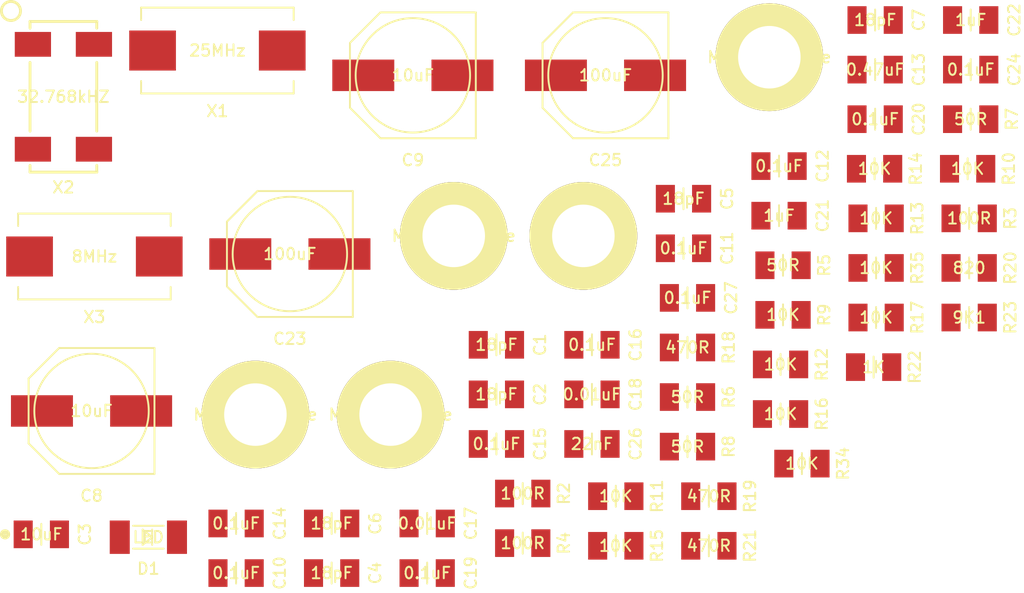
<source format=kicad_pcb>
(kicad_pcb (version 4) (host pcbnew "(2014-09-04 BZR 5113)-product")

  (general
    (links 67)
    (no_connects 67)
    (area 0 0 0 0)
    (thickness 1.6)
    (drawings 0)
    (tracks 0)
    (zones 0)
    (modules 60)
    (nets 44)
  )

  (page A4)
  (layers
    (0 F.Cu signal)
    (31 B.Cu signal)
    (32 B.Adhes user)
    (33 F.Adhes user)
    (34 B.Paste user)
    (35 F.Paste user)
    (36 B.SilkS user)
    (37 F.SilkS user)
    (38 B.Mask user)
    (39 F.Mask user)
    (40 Dwgs.User user)
    (41 Cmts.User user)
    (42 Eco1.User user)
    (43 Eco2.User user)
    (44 Edge.Cuts user)
    (45 Margin user)
    (46 B.CrtYd user)
    (47 F.CrtYd user)
    (48 B.Fab user)
    (49 F.Fab user)
  )

  (setup
    (last_trace_width 0.254)
    (trace_clearance 0.254)
    (zone_clearance 0.508)
    (zone_45_only no)
    (trace_min 0.254)
    (segment_width 0.2)
    (edge_width 0.1)
    (via_size 0.889)
    (via_drill 0.635)
    (via_min_size 0.889)
    (via_min_drill 0.508)
    (uvia_size 0.508)
    (uvia_drill 0.127)
    (uvias_allowed no)
    (uvia_min_size 0.508)
    (uvia_min_drill 0.127)
    (pcb_text_width 0.3)
    (pcb_text_size 1.5 1.5)
    (mod_edge_width 0.15)
    (mod_text_size 1 1)
    (mod_text_width 0.15)
    (pad_size 1.5 1.5)
    (pad_drill 0.6)
    (pad_to_mask_clearance 0)
    (aux_axis_origin 0 0)
    (visible_elements FFFFFF7F)
    (pcbplotparams
      (layerselection 0x00030_80000001)
      (usegerberextensions false)
      (excludeedgelayer true)
      (linewidth 0.100000)
      (plotframeref false)
      (viasonmask false)
      (mode 1)
      (useauxorigin false)
      (hpglpennumber 1)
      (hpglpenspeed 20)
      (hpglpendiameter 15)
      (hpglpenoverlay 2)
      (psnegative false)
      (psa4output false)
      (plotreference true)
      (plotvalue true)
      (plotinvisibletext false)
      (padsonsilk false)
      (subtractmaskfromsilk false)
      (outputformat 1)
      (mirror false)
      (drillshape 1)
      (scaleselection 1)
      (outputdirectory ""))
  )

  (net 0 "")
  (net 1 "Net-(C1-Pad1)")
  (net 2 GNDPWR)
  (net 3 "Net-(C2-Pad1)")
  (net 4 "Net-(C3-Pad1)")
  (net 5 "Net-(C4-Pad1)")
  (net 6 "Net-(C5-Pad1)")
  (net 7 "Net-(C6-Pad1)")
  (net 8 "Net-(C7-Pad1)")
  (net 9 +5V)
  (net 10 +3.3V)
  (net 11 "Net-(C10-Pad1)")
  (net 12 "Net-(C11-Pad1)")
  (net 13 /ENCODERA)
  (net 14 /ENCODERB)
  (net 15 /VREF)
  (net 16 /VSENSE)
  (net 17 "Net-(C26-Pad1)")
  (net 18 "Net-(C26-Pad2)")
  (net 19 "Net-(D1-Pad2)")
  (net 20 "Net-(P1-Pad8)")
  (net 21 "Net-(R3-Pad2)")
  (net 22 "Net-(P1-Pad10)")
  (net 23 "Net-(R4-Pad2)")
  (net 24 "Net-(P1-Pad2)")
  (net 25 "Net-(P1-Pad3)")
  (net 26 "Net-(P1-Pad4)")
  (net 27 "Net-(P1-Pad5)")
  (net 28 "Net-(P4-Pad1)")
  (net 29 "Net-(P4-Pad2)")
  (net 30 /ENCODERBUTTON)
  (net 31 /BUTTONA)
  (net 32 /BUTTONB)
  (net 33 /BUTTONC)
  (net 34 /BUTTOND)
  (net 35 "Net-(R18-Pad1)")
  (net 36 /FAN)
  (net 37 "Net-(R19-Pad1)")
  (net 38 "Net-(R19-Pad2)")
  (net 39 "Net-(R21-Pad1)")
  (net 40 /ISENSE)
  (net 41 "Net-(P9-Pad1)")
  (net 42 /TEMP1)
  (net 43 /TEMP2)

  (net_class Default "This is the default net class."
    (clearance 0.254)
    (trace_width 0.254)
    (via_dia 0.889)
    (via_drill 0.635)
    (uvia_dia 0.508)
    (uvia_drill 0.127)
    (add_net +3.3V)
    (add_net +5V)
    (add_net /BUTTONA)
    (add_net /BUTTONB)
    (add_net /BUTTONC)
    (add_net /BUTTOND)
    (add_net /ENCODERA)
    (add_net /ENCODERB)
    (add_net /ENCODERBUTTON)
    (add_net /FAN)
    (add_net /ISENSE)
    (add_net /TEMP1)
    (add_net /TEMP2)
    (add_net /VREF)
    (add_net /VSENSE)
    (add_net GNDPWR)
    (add_net "Net-(C1-Pad1)")
    (add_net "Net-(C10-Pad1)")
    (add_net "Net-(C11-Pad1)")
    (add_net "Net-(C2-Pad1)")
    (add_net "Net-(C26-Pad1)")
    (add_net "Net-(C26-Pad2)")
    (add_net "Net-(C3-Pad1)")
    (add_net "Net-(C4-Pad1)")
    (add_net "Net-(C5-Pad1)")
    (add_net "Net-(C6-Pad1)")
    (add_net "Net-(C7-Pad1)")
    (add_net "Net-(D1-Pad2)")
    (add_net "Net-(P1-Pad10)")
    (add_net "Net-(P1-Pad2)")
    (add_net "Net-(P1-Pad3)")
    (add_net "Net-(P1-Pad4)")
    (add_net "Net-(P1-Pad5)")
    (add_net "Net-(P1-Pad8)")
    (add_net "Net-(P4-Pad1)")
    (add_net "Net-(P4-Pad2)")
    (add_net "Net-(P9-Pad1)")
    (add_net "Net-(R18-Pad1)")
    (add_net "Net-(R19-Pad1)")
    (add_net "Net-(R19-Pad2)")
    (add_net "Net-(R21-Pad1)")
    (add_net "Net-(R3-Pad2)")
    (add_net "Net-(R4-Pad2)")
  )

  (module klib:MTGNP565H328Z565P (layer F.Cu) (tedit 524870AC) (tstamp 540F6BFD)
    (at 173.646856 82.724001)
    (path /5409E996)
    (fp_text reference M1 (at 0 3.683) (layer F.SilkS) hide
      (effects (font (size 0.6 0.6) (thickness 0.1)))
    )
    (fp_text value "Mounting Hole" (at 0 0) (layer F.SilkS)
      (effects (font (size 0.6 0.6) (thickness 0.1)))
    )
    (fp_circle (center 0 0) (end 2.95 0) (layer Cmts.User) (width 0.1))
    (pad "" thru_hole circle (at 0 0) (size 5.65 5.65) (drill 3.2766) (layers *.Cu *.Mask F.SilkS))
  )

  (module klib:MTGNP565H328Z565P (layer F.Cu) (tedit 524870AC) (tstamp 540F6C5F)
    (at 170.336856 92.094001)
    (path /5409EAAA)
    (fp_text reference M2 (at 0 3.683) (layer F.SilkS) hide
      (effects (font (size 0.6 0.6) (thickness 0.1)))
    )
    (fp_text value "Mounting Hole" (at 0 0) (layer F.SilkS)
      (effects (font (size 0.6 0.6) (thickness 0.1)))
    )
    (fp_circle (center 0 0) (end 2.95 0) (layer Cmts.User) (width 0.1))
    (pad "" thru_hole circle (at 0 0) (size 5.65 5.65) (drill 3.2766) (layers *.Cu *.Mask F.SilkS))
  )

  (module klib:MTGNP565H328Z565P (layer F.Cu) (tedit 524870AC) (tstamp 540F6C58)
    (at 163.246856 92.094001)
    (path /5409EAC0)
    (fp_text reference M3 (at 0 3.683) (layer F.SilkS) hide
      (effects (font (size 0.6 0.6) (thickness 0.1)))
    )
    (fp_text value "Mounting Hole" (at 0 0) (layer F.SilkS)
      (effects (font (size 0.6 0.6) (thickness 0.1)))
    )
    (fp_circle (center 0 0) (end 2.95 0) (layer Cmts.User) (width 0.1))
    (pad "" thru_hole circle (at 0 0) (size 5.65 5.65) (drill 3.2766) (layers *.Cu *.Mask F.SilkS))
  )

  (module klib:MTGNP565H328Z565P (layer F.Cu) (tedit 524870AC) (tstamp 540F6C51)
    (at 190.196856 73.354001)
    (path /5409EAD7)
    (fp_text reference M4 (at 0 3.683) (layer F.SilkS) hide
      (effects (font (size 0.6 0.6) (thickness 0.1)))
    )
    (fp_text value "Mounting Hole" (at 0 0) (layer F.SilkS)
      (effects (font (size 0.6 0.6) (thickness 0.1)))
    )
    (fp_circle (center 0 0) (end 2.95 0) (layer Cmts.User) (width 0.1))
    (pad "" thru_hole circle (at 0 0) (size 5.65 5.65) (drill 3.2766) (layers *.Cu *.Mask F.SilkS))
  )

  (module klib:CAPC2012X100N (layer F.Cu) (tedit 52486F7B) (tstamp 540F6C4A)
    (at 175.884001 88.434001)
    (path /540CDA20)
    (fp_text reference C1 (at 2.286 0 90) (layer F.SilkS)
      (effects (font (size 0.6 0.6) (thickness 0.1)))
    )
    (fp_text value 18pF (at 0 0) (layer F.SilkS)
      (effects (font (size 0.6 0.6) (thickness 0.1)))
    )
    (fp_line (start 0 -0.55) (end 0 0.55) (layer F.SilkS) (width 0.1))
    (fp_line (start -1.7 -1) (end 1.7 -1) (layer Cmts.User) (width 0.1))
    (fp_line (start 1.7 -1) (end 1.7 1) (layer Cmts.User) (width 0.1))
    (fp_line (start 1.7 1) (end -1.7 1) (layer Cmts.User) (width 0.1))
    (fp_line (start -1.7 1) (end -1.7 -1) (layer Cmts.User) (width 0.1))
    (pad 1 smd rect (at -0.95 0) (size 1 1.45) (layers F.Cu F.Paste F.Mask)
      (net 1 "Net-(C1-Pad1)"))
    (pad 2 smd rect (at 0.95 0) (size 1 1.45) (layers F.Cu F.Paste F.Mask)
      (net 2 GNDPWR))
  )

  (module klib:CAPC2012X100N (layer F.Cu) (tedit 52486F7B) (tstamp 540F6C43)
    (at 175.884001 91.034001)
    (path /540CDA89)
    (fp_text reference C2 (at 2.286 0 90) (layer F.SilkS)
      (effects (font (size 0.6 0.6) (thickness 0.1)))
    )
    (fp_text value 18pF (at 0 0) (layer F.SilkS)
      (effects (font (size 0.6 0.6) (thickness 0.1)))
    )
    (fp_line (start 0 -0.55) (end 0 0.55) (layer F.SilkS) (width 0.1))
    (fp_line (start -1.7 -1) (end 1.7 -1) (layer Cmts.User) (width 0.1))
    (fp_line (start 1.7 -1) (end 1.7 1) (layer Cmts.User) (width 0.1))
    (fp_line (start 1.7 1) (end -1.7 1) (layer Cmts.User) (width 0.1))
    (fp_line (start -1.7 1) (end -1.7 -1) (layer Cmts.User) (width 0.1))
    (pad 1 smd rect (at -0.95 0) (size 1 1.45) (layers F.Cu F.Paste F.Mask)
      (net 3 "Net-(C2-Pad1)"))
    (pad 2 smd rect (at 0.95 0) (size 1 1.45) (layers F.Cu F.Paste F.Mask)
      (net 2 GNDPWR))
  )

  (module klib:CAPCP2012X100N (layer F.Cu) (tedit 52486F89) (tstamp 540F6C3C)
    (at 152.020422 98.374001)
    (path /540CC011)
    (fp_text reference C3 (at 2.286 0 90) (layer F.SilkS)
      (effects (font (size 0.6 0.6) (thickness 0.1)))
    )
    (fp_text value 10uF (at 0 0) (layer F.SilkS)
      (effects (font (size 0.6 0.6) (thickness 0.1)))
    )
    (fp_circle (center -1.9 0) (end -1.8 0.1) (layer F.SilkS) (width 0.25))
    (fp_line (start 0 -0.55) (end 0 0.55) (layer F.SilkS) (width 0.1))
    (fp_line (start -1.7 -1) (end 1.7 -1) (layer Cmts.User) (width 0.1))
    (fp_line (start 1.7 -1) (end 1.7 1) (layer Cmts.User) (width 0.1))
    (fp_line (start 1.7 1) (end -1.7 1) (layer Cmts.User) (width 0.1))
    (fp_line (start -1.7 1) (end -1.7 -1) (layer Cmts.User) (width 0.1))
    (pad 1 smd rect (at -0.95 0) (size 1 1.45) (layers F.Cu F.Paste F.Mask)
      (net 4 "Net-(C3-Pad1)"))
    (pad 2 smd rect (at 0.95 0) (size 1 1.45) (layers F.Cu F.Paste F.Mask)
      (net 2 GNDPWR))
  )

  (module klib:CAPC2012X100N (layer F.Cu) (tedit 52486F7B) (tstamp 540F6C35)
    (at 167.244001 100.404001)
    (path /540A066D)
    (fp_text reference C4 (at 2.286 0 90) (layer F.SilkS)
      (effects (font (size 0.6 0.6) (thickness 0.1)))
    )
    (fp_text value 18pF (at 0 0) (layer F.SilkS)
      (effects (font (size 0.6 0.6) (thickness 0.1)))
    )
    (fp_line (start 0 -0.55) (end 0 0.55) (layer F.SilkS) (width 0.1))
    (fp_line (start -1.7 -1) (end 1.7 -1) (layer Cmts.User) (width 0.1))
    (fp_line (start 1.7 -1) (end 1.7 1) (layer Cmts.User) (width 0.1))
    (fp_line (start 1.7 1) (end -1.7 1) (layer Cmts.User) (width 0.1))
    (fp_line (start -1.7 1) (end -1.7 -1) (layer Cmts.User) (width 0.1))
    (pad 1 smd rect (at -0.95 0) (size 1 1.45) (layers F.Cu F.Paste F.Mask)
      (net 5 "Net-(C4-Pad1)"))
    (pad 2 smd rect (at 0.95 0) (size 1 1.45) (layers F.Cu F.Paste F.Mask)
      (net 2 GNDPWR))
  )

  (module klib:CAPC2012X100N (layer F.Cu) (tedit 52486F7B) (tstamp 540F6C2E)
    (at 185.694001 80.774001)
    (path /540A06DC)
    (fp_text reference C5 (at 2.286 0 90) (layer F.SilkS)
      (effects (font (size 0.6 0.6) (thickness 0.1)))
    )
    (fp_text value 18pF (at 0 0) (layer F.SilkS)
      (effects (font (size 0.6 0.6) (thickness 0.1)))
    )
    (fp_line (start 0 -0.55) (end 0 0.55) (layer F.SilkS) (width 0.1))
    (fp_line (start -1.7 -1) (end 1.7 -1) (layer Cmts.User) (width 0.1))
    (fp_line (start 1.7 -1) (end 1.7 1) (layer Cmts.User) (width 0.1))
    (fp_line (start 1.7 1) (end -1.7 1) (layer Cmts.User) (width 0.1))
    (fp_line (start -1.7 1) (end -1.7 -1) (layer Cmts.User) (width 0.1))
    (pad 1 smd rect (at -0.95 0) (size 1 1.45) (layers F.Cu F.Paste F.Mask)
      (net 6 "Net-(C5-Pad1)"))
    (pad 2 smd rect (at 0.95 0) (size 1 1.45) (layers F.Cu F.Paste F.Mask)
      (net 2 GNDPWR))
  )

  (module klib:CAPC2012X100N (layer F.Cu) (tedit 52486F7B) (tstamp 540F6C27)
    (at 167.244001 97.804001)
    (path /540A070D)
    (fp_text reference C6 (at 2.286 0 90) (layer F.SilkS)
      (effects (font (size 0.6 0.6) (thickness 0.1)))
    )
    (fp_text value 18pF (at 0 0) (layer F.SilkS)
      (effects (font (size 0.6 0.6) (thickness 0.1)))
    )
    (fp_line (start 0 -0.55) (end 0 0.55) (layer F.SilkS) (width 0.1))
    (fp_line (start -1.7 -1) (end 1.7 -1) (layer Cmts.User) (width 0.1))
    (fp_line (start 1.7 -1) (end 1.7 1) (layer Cmts.User) (width 0.1))
    (fp_line (start 1.7 1) (end -1.7 1) (layer Cmts.User) (width 0.1))
    (fp_line (start -1.7 1) (end -1.7 -1) (layer Cmts.User) (width 0.1))
    (pad 1 smd rect (at -0.95 0) (size 1 1.45) (layers F.Cu F.Paste F.Mask)
      (net 7 "Net-(C6-Pad1)"))
    (pad 2 smd rect (at 0.95 0) (size 1 1.45) (layers F.Cu F.Paste F.Mask)
      (net 2 GNDPWR))
  )

  (module klib:CAPC2012X100N (layer F.Cu) (tedit 52486F7B) (tstamp 540F6C20)
    (at 195.744001 71.404001)
    (path /540A073B)
    (fp_text reference C7 (at 2.286 0 90) (layer F.SilkS)
      (effects (font (size 0.6 0.6) (thickness 0.1)))
    )
    (fp_text value 18pF (at 0 0) (layer F.SilkS)
      (effects (font (size 0.6 0.6) (thickness 0.1)))
    )
    (fp_line (start 0 -0.55) (end 0 0.55) (layer F.SilkS) (width 0.1))
    (fp_line (start -1.7 -1) (end 1.7 -1) (layer Cmts.User) (width 0.1))
    (fp_line (start 1.7 -1) (end 1.7 1) (layer Cmts.User) (width 0.1))
    (fp_line (start 1.7 1) (end -1.7 1) (layer Cmts.User) (width 0.1))
    (fp_line (start -1.7 1) (end -1.7 -1) (layer Cmts.User) (width 0.1))
    (pad 1 smd rect (at -0.95 0) (size 1 1.45) (layers F.Cu F.Paste F.Mask)
      (net 8 "Net-(C7-Pad1)"))
    (pad 2 smd rect (at 0.95 0) (size 1 1.45) (layers F.Cu F.Paste F.Mask)
      (net 2 GNDPWR))
  )

  (module klib:CAPC2012X100N (layer F.Cu) (tedit 52486F7B) (tstamp 540F6C0B)
    (at 162.234001 100.404001)
    (path /540CC41B)
    (fp_text reference C10 (at 2.286 0 90) (layer F.SilkS)
      (effects (font (size 0.6 0.6) (thickness 0.1)))
    )
    (fp_text value 0.1uF (at 0 0) (layer F.SilkS)
      (effects (font (size 0.6 0.6) (thickness 0.1)))
    )
    (fp_line (start 0 -0.55) (end 0 0.55) (layer F.SilkS) (width 0.1))
    (fp_line (start -1.7 -1) (end 1.7 -1) (layer Cmts.User) (width 0.1))
    (fp_line (start 1.7 -1) (end 1.7 1) (layer Cmts.User) (width 0.1))
    (fp_line (start 1.7 1) (end -1.7 1) (layer Cmts.User) (width 0.1))
    (fp_line (start -1.7 1) (end -1.7 -1) (layer Cmts.User) (width 0.1))
    (pad 1 smd rect (at -0.95 0) (size 1 1.45) (layers F.Cu F.Paste F.Mask)
      (net 11 "Net-(C10-Pad1)"))
    (pad 2 smd rect (at 0.95 0) (size 1 1.45) (layers F.Cu F.Paste F.Mask)
      (net 2 GNDPWR))
  )

  (module klib:CAPC2012X100N (layer F.Cu) (tedit 52486F7B) (tstamp 540F6C04)
    (at 185.694001 83.374001)
    (path /540CC148)
    (fp_text reference C11 (at 2.286 0 90) (layer F.SilkS)
      (effects (font (size 0.6 0.6) (thickness 0.1)))
    )
    (fp_text value 0.1uF (at 0 0) (layer F.SilkS)
      (effects (font (size 0.6 0.6) (thickness 0.1)))
    )
    (fp_line (start 0 -0.55) (end 0 0.55) (layer F.SilkS) (width 0.1))
    (fp_line (start -1.7 -1) (end 1.7 -1) (layer Cmts.User) (width 0.1))
    (fp_line (start 1.7 -1) (end 1.7 1) (layer Cmts.User) (width 0.1))
    (fp_line (start 1.7 1) (end -1.7 1) (layer Cmts.User) (width 0.1))
    (fp_line (start -1.7 1) (end -1.7 -1) (layer Cmts.User) (width 0.1))
    (pad 1 smd rect (at -0.95 0) (size 1 1.45) (layers F.Cu F.Paste F.Mask)
      (net 12 "Net-(C11-Pad1)"))
    (pad 2 smd rect (at 0.95 0) (size 1 1.45) (layers F.Cu F.Paste F.Mask)
      (net 2 GNDPWR))
  )

  (module klib:CAPC2012X100N (layer F.Cu) (tedit 52486F7B) (tstamp 540F6C66)
    (at 190.704001 79.064001)
    (path /540C9D8E)
    (fp_text reference C12 (at 2.286 0 90) (layer F.SilkS)
      (effects (font (size 0.6 0.6) (thickness 0.1)))
    )
    (fp_text value 0.1uF (at 0 0) (layer F.SilkS)
      (effects (font (size 0.6 0.6) (thickness 0.1)))
    )
    (fp_line (start 0 -0.55) (end 0 0.55) (layer F.SilkS) (width 0.1))
    (fp_line (start -1.7 -1) (end 1.7 -1) (layer Cmts.User) (width 0.1))
    (fp_line (start 1.7 -1) (end 1.7 1) (layer Cmts.User) (width 0.1))
    (fp_line (start 1.7 1) (end -1.7 1) (layer Cmts.User) (width 0.1))
    (fp_line (start -1.7 1) (end -1.7 -1) (layer Cmts.User) (width 0.1))
    (pad 1 smd rect (at -0.95 0) (size 1 1.45) (layers F.Cu F.Paste F.Mask)
      (net 10 +3.3V))
    (pad 2 smd rect (at 0.95 0) (size 1 1.45) (layers F.Cu F.Paste F.Mask)
      (net 2 GNDPWR))
  )

  (module klib:CAPC2012X100N (layer F.Cu) (tedit 52486F7B) (tstamp 540F6BF6)
    (at 195.744001 74.004001)
    (path /540CBAC0)
    (fp_text reference C13 (at 2.286 0 90) (layer F.SilkS)
      (effects (font (size 0.6 0.6) (thickness 0.1)))
    )
    (fp_text value 0.47uF (at 0 0) (layer F.SilkS)
      (effects (font (size 0.6 0.6) (thickness 0.1)))
    )
    (fp_line (start 0 -0.55) (end 0 0.55) (layer F.SilkS) (width 0.1))
    (fp_line (start -1.7 -1) (end 1.7 -1) (layer Cmts.User) (width 0.1))
    (fp_line (start 1.7 -1) (end 1.7 1) (layer Cmts.User) (width 0.1))
    (fp_line (start 1.7 1) (end -1.7 1) (layer Cmts.User) (width 0.1))
    (fp_line (start -1.7 1) (end -1.7 -1) (layer Cmts.User) (width 0.1))
    (pad 1 smd rect (at -0.95 0) (size 1 1.45) (layers F.Cu F.Paste F.Mask)
      (net 10 +3.3V))
    (pad 2 smd rect (at 0.95 0) (size 1 1.45) (layers F.Cu F.Paste F.Mask)
      (net 2 GNDPWR))
  )

  (module klib:CAPC2012X100N (layer F.Cu) (tedit 52486F7B) (tstamp 540F6BEF)
    (at 162.234001 97.804001)
    (path /540C9F26)
    (fp_text reference C14 (at 2.286 0 90) (layer F.SilkS)
      (effects (font (size 0.6 0.6) (thickness 0.1)))
    )
    (fp_text value 0.1uF (at 0 0) (layer F.SilkS)
      (effects (font (size 0.6 0.6) (thickness 0.1)))
    )
    (fp_line (start 0 -0.55) (end 0 0.55) (layer F.SilkS) (width 0.1))
    (fp_line (start -1.7 -1) (end 1.7 -1) (layer Cmts.User) (width 0.1))
    (fp_line (start 1.7 -1) (end 1.7 1) (layer Cmts.User) (width 0.1))
    (fp_line (start 1.7 1) (end -1.7 1) (layer Cmts.User) (width 0.1))
    (fp_line (start -1.7 1) (end -1.7 -1) (layer Cmts.User) (width 0.1))
    (pad 1 smd rect (at -0.95 0) (size 1 1.45) (layers F.Cu F.Paste F.Mask)
      (net 10 +3.3V))
    (pad 2 smd rect (at 0.95 0) (size 1 1.45) (layers F.Cu F.Paste F.Mask)
      (net 2 GNDPWR))
  )

  (module klib:CAPC2012X100N (layer F.Cu) (tedit 52486F7B) (tstamp 540F6BE8)
    (at 175.884001 93.634001)
    (path /540CC5AD)
    (fp_text reference C15 (at 2.286 0 90) (layer F.SilkS)
      (effects (font (size 0.6 0.6) (thickness 0.1)))
    )
    (fp_text value 0.1uF (at 0 0) (layer F.SilkS)
      (effects (font (size 0.6 0.6) (thickness 0.1)))
    )
    (fp_line (start 0 -0.55) (end 0 0.55) (layer F.SilkS) (width 0.1))
    (fp_line (start -1.7 -1) (end 1.7 -1) (layer Cmts.User) (width 0.1))
    (fp_line (start 1.7 -1) (end 1.7 1) (layer Cmts.User) (width 0.1))
    (fp_line (start 1.7 1) (end -1.7 1) (layer Cmts.User) (width 0.1))
    (fp_line (start -1.7 1) (end -1.7 -1) (layer Cmts.User) (width 0.1))
    (pad 1 smd rect (at -0.95 0) (size 1 1.45) (layers F.Cu F.Paste F.Mask)
      (net 10 +3.3V))
    (pad 2 smd rect (at 0.95 0) (size 1 1.45) (layers F.Cu F.Paste F.Mask)
      (net 2 GNDPWR))
  )

  (module klib:CAPC2012X100N (layer F.Cu) (tedit 52486F7B) (tstamp 540F6BE1)
    (at 180.894001 88.434001)
    (path /540CC0C7)
    (fp_text reference C16 (at 2.286 0 90) (layer F.SilkS)
      (effects (font (size 0.6 0.6) (thickness 0.1)))
    )
    (fp_text value 0.1uF (at 0 0) (layer F.SilkS)
      (effects (font (size 0.6 0.6) (thickness 0.1)))
    )
    (fp_line (start 0 -0.55) (end 0 0.55) (layer F.SilkS) (width 0.1))
    (fp_line (start -1.7 -1) (end 1.7 -1) (layer Cmts.User) (width 0.1))
    (fp_line (start 1.7 -1) (end 1.7 1) (layer Cmts.User) (width 0.1))
    (fp_line (start 1.7 1) (end -1.7 1) (layer Cmts.User) (width 0.1))
    (fp_line (start -1.7 1) (end -1.7 -1) (layer Cmts.User) (width 0.1))
    (pad 1 smd rect (at -0.95 0) (size 1 1.45) (layers F.Cu F.Paste F.Mask)
      (net 10 +3.3V))
    (pad 2 smd rect (at 0.95 0) (size 1 1.45) (layers F.Cu F.Paste F.Mask)
      (net 2 GNDPWR))
  )

  (module klib:CAPC2012X100N (layer F.Cu) (tedit 52486F7B) (tstamp 540F6BDA)
    (at 172.254001 97.804001)
    (path /540D3539)
    (fp_text reference C17 (at 2.286 0 90) (layer F.SilkS)
      (effects (font (size 0.6 0.6) (thickness 0.1)))
    )
    (fp_text value 0.01uF (at 0 0) (layer F.SilkS)
      (effects (font (size 0.6 0.6) (thickness 0.1)))
    )
    (fp_line (start 0 -0.55) (end 0 0.55) (layer F.SilkS) (width 0.1))
    (fp_line (start -1.7 -1) (end 1.7 -1) (layer Cmts.User) (width 0.1))
    (fp_line (start 1.7 -1) (end 1.7 1) (layer Cmts.User) (width 0.1))
    (fp_line (start 1.7 1) (end -1.7 1) (layer Cmts.User) (width 0.1))
    (fp_line (start -1.7 1) (end -1.7 -1) (layer Cmts.User) (width 0.1))
    (pad 1 smd rect (at -0.95 0) (size 1 1.45) (layers F.Cu F.Paste F.Mask)
      (net 13 /ENCODERA))
    (pad 2 smd rect (at 0.95 0) (size 1 1.45) (layers F.Cu F.Paste F.Mask)
      (net 2 GNDPWR))
  )

  (module klib:CAPC2012X100N (layer F.Cu) (tedit 52486F7B) (tstamp 540F6BD3)
    (at 180.894001 91.034001)
    (path /540D33EC)
    (fp_text reference C18 (at 2.286 0 90) (layer F.SilkS)
      (effects (font (size 0.6 0.6) (thickness 0.1)))
    )
    (fp_text value 0.01uF (at 0 0) (layer F.SilkS)
      (effects (font (size 0.6 0.6) (thickness 0.1)))
    )
    (fp_line (start 0 -0.55) (end 0 0.55) (layer F.SilkS) (width 0.1))
    (fp_line (start -1.7 -1) (end 1.7 -1) (layer Cmts.User) (width 0.1))
    (fp_line (start 1.7 -1) (end 1.7 1) (layer Cmts.User) (width 0.1))
    (fp_line (start 1.7 1) (end -1.7 1) (layer Cmts.User) (width 0.1))
    (fp_line (start -1.7 1) (end -1.7 -1) (layer Cmts.User) (width 0.1))
    (pad 1 smd rect (at -0.95 0) (size 1 1.45) (layers F.Cu F.Paste F.Mask)
      (net 14 /ENCODERB))
    (pad 2 smd rect (at 0.95 0) (size 1 1.45) (layers F.Cu F.Paste F.Mask)
      (net 2 GNDPWR))
  )

  (module klib:CAPC2012X100N (layer F.Cu) (tedit 52486F7B) (tstamp 540F6BCC)
    (at 172.254001 100.404001)
    (path /540CC7A1)
    (fp_text reference C19 (at 2.286 0 90) (layer F.SilkS)
      (effects (font (size 0.6 0.6) (thickness 0.1)))
    )
    (fp_text value 0.1uF (at 0 0) (layer F.SilkS)
      (effects (font (size 0.6 0.6) (thickness 0.1)))
    )
    (fp_line (start 0 -0.55) (end 0 0.55) (layer F.SilkS) (width 0.1))
    (fp_line (start -1.7 -1) (end 1.7 -1) (layer Cmts.User) (width 0.1))
    (fp_line (start 1.7 -1) (end 1.7 1) (layer Cmts.User) (width 0.1))
    (fp_line (start 1.7 1) (end -1.7 1) (layer Cmts.User) (width 0.1))
    (fp_line (start -1.7 1) (end -1.7 -1) (layer Cmts.User) (width 0.1))
    (pad 1 smd rect (at -0.95 0) (size 1 1.45) (layers F.Cu F.Paste F.Mask)
      (net 10 +3.3V))
    (pad 2 smd rect (at 0.95 0) (size 1 1.45) (layers F.Cu F.Paste F.Mask)
      (net 2 GNDPWR))
  )

  (module klib:CAPC2012X100N (layer F.Cu) (tedit 52486F7B) (tstamp 540F6BC5)
    (at 195.744001 76.604001)
    (path /540CA47E)
    (fp_text reference C20 (at 2.286 0 90) (layer F.SilkS)
      (effects (font (size 0.6 0.6) (thickness 0.1)))
    )
    (fp_text value 0.1uF (at 0 0) (layer F.SilkS)
      (effects (font (size 0.6 0.6) (thickness 0.1)))
    )
    (fp_line (start 0 -0.55) (end 0 0.55) (layer F.SilkS) (width 0.1))
    (fp_line (start -1.7 -1) (end 1.7 -1) (layer Cmts.User) (width 0.1))
    (fp_line (start 1.7 -1) (end 1.7 1) (layer Cmts.User) (width 0.1))
    (fp_line (start 1.7 1) (end -1.7 1) (layer Cmts.User) (width 0.1))
    (fp_line (start -1.7 1) (end -1.7 -1) (layer Cmts.User) (width 0.1))
    (pad 1 smd rect (at -0.95 0) (size 1 1.45) (layers F.Cu F.Paste F.Mask)
      (net 10 +3.3V))
    (pad 2 smd rect (at 0.95 0) (size 1 1.45) (layers F.Cu F.Paste F.Mask)
      (net 2 GNDPWR))
  )

  (module klib:CAPC2012X100N (layer F.Cu) (tedit 52486F7B) (tstamp 540F6BBE)
    (at 190.704001 81.664001)
    (path /540CA534)
    (fp_text reference C21 (at 2.286 0 90) (layer F.SilkS)
      (effects (font (size 0.6 0.6) (thickness 0.1)))
    )
    (fp_text value 1uF (at 0 0) (layer F.SilkS)
      (effects (font (size 0.6 0.6) (thickness 0.1)))
    )
    (fp_line (start 0 -0.55) (end 0 0.55) (layer F.SilkS) (width 0.1))
    (fp_line (start -1.7 -1) (end 1.7 -1) (layer Cmts.User) (width 0.1))
    (fp_line (start 1.7 -1) (end 1.7 1) (layer Cmts.User) (width 0.1))
    (fp_line (start 1.7 1) (end -1.7 1) (layer Cmts.User) (width 0.1))
    (fp_line (start -1.7 1) (end -1.7 -1) (layer Cmts.User) (width 0.1))
    (pad 1 smd rect (at -0.95 0) (size 1 1.45) (layers F.Cu F.Paste F.Mask)
      (net 15 /VREF))
    (pad 2 smd rect (at 0.95 0) (size 1 1.45) (layers F.Cu F.Paste F.Mask)
      (net 2 GNDPWR))
  )

  (module klib:CAPC2012X100N (layer F.Cu) (tedit 52486F7B) (tstamp 540F6BB7)
    (at 200.754001 71.404001)
    (path /540CCA30)
    (fp_text reference C22 (at 2.286 0 90) (layer F.SilkS)
      (effects (font (size 0.6 0.6) (thickness 0.1)))
    )
    (fp_text value 1uF (at 0 0) (layer F.SilkS)
      (effects (font (size 0.6 0.6) (thickness 0.1)))
    )
    (fp_line (start 0 -0.55) (end 0 0.55) (layer F.SilkS) (width 0.1))
    (fp_line (start -1.7 -1) (end 1.7 -1) (layer Cmts.User) (width 0.1))
    (fp_line (start 1.7 -1) (end 1.7 1) (layer Cmts.User) (width 0.1))
    (fp_line (start 1.7 1) (end -1.7 1) (layer Cmts.User) (width 0.1))
    (fp_line (start -1.7 1) (end -1.7 -1) (layer Cmts.User) (width 0.1))
    (pad 1 smd rect (at -0.95 0) (size 1 1.45) (layers F.Cu F.Paste F.Mask)
      (net 15 /VREF))
    (pad 2 smd rect (at 0.95 0) (size 1 1.45) (layers F.Cu F.Paste F.Mask)
      (net 2 GNDPWR))
  )

  (module klib:CAPC2012X100N (layer F.Cu) (tedit 52486F7B) (tstamp 540F6BA9)
    (at 200.754001 74.004001)
    (path /540DFC5B)
    (fp_text reference C24 (at 2.286 0 90) (layer F.SilkS)
      (effects (font (size 0.6 0.6) (thickness 0.1)))
    )
    (fp_text value 0.1uF (at 0 0) (layer F.SilkS)
      (effects (font (size 0.6 0.6) (thickness 0.1)))
    )
    (fp_line (start 0 -0.55) (end 0 0.55) (layer F.SilkS) (width 0.1))
    (fp_line (start -1.7 -1) (end 1.7 -1) (layer Cmts.User) (width 0.1))
    (fp_line (start 1.7 -1) (end 1.7 1) (layer Cmts.User) (width 0.1))
    (fp_line (start 1.7 1) (end -1.7 1) (layer Cmts.User) (width 0.1))
    (fp_line (start -1.7 1) (end -1.7 -1) (layer Cmts.User) (width 0.1))
    (pad 1 smd rect (at -0.95 0) (size 1 1.45) (layers F.Cu F.Paste F.Mask)
      (net 16 /VSENSE))
    (pad 2 smd rect (at 0.95 0) (size 1 1.45) (layers F.Cu F.Paste F.Mask)
      (net 2 GNDPWR))
  )

  (module klib:CAPC2012X100N (layer F.Cu) (tedit 52486F7B) (tstamp 540F6B9B)
    (at 180.894001 93.634001)
    (path /540DB43D)
    (fp_text reference C26 (at 2.286 0 90) (layer F.SilkS)
      (effects (font (size 0.6 0.6) (thickness 0.1)))
    )
    (fp_text value 22nF (at 0 0) (layer F.SilkS)
      (effects (font (size 0.6 0.6) (thickness 0.1)))
    )
    (fp_line (start 0 -0.55) (end 0 0.55) (layer F.SilkS) (width 0.1))
    (fp_line (start -1.7 -1) (end 1.7 -1) (layer Cmts.User) (width 0.1))
    (fp_line (start 1.7 -1) (end 1.7 1) (layer Cmts.User) (width 0.1))
    (fp_line (start 1.7 1) (end -1.7 1) (layer Cmts.User) (width 0.1))
    (fp_line (start -1.7 1) (end -1.7 -1) (layer Cmts.User) (width 0.1))
    (pad 1 smd rect (at -0.95 0) (size 1 1.45) (layers F.Cu F.Paste F.Mask)
      (net 17 "Net-(C26-Pad1)"))
    (pad 2 smd rect (at 0.95 0) (size 1 1.45) (layers F.Cu F.Paste F.Mask)
      (net 18 "Net-(C26-Pad2)"))
  )

  (module klib:CAPC2012X100N (layer F.Cu) (tedit 52486F7B) (tstamp 540F6CD1)
    (at 185.904001 85.974001)
    (path /540CF240)
    (fp_text reference C27 (at 2.286 0 90) (layer F.SilkS)
      (effects (font (size 0.6 0.6) (thickness 0.1)))
    )
    (fp_text value 0.1uF (at 0 0) (layer F.SilkS)
      (effects (font (size 0.6 0.6) (thickness 0.1)))
    )
    (fp_line (start 0 -0.55) (end 0 0.55) (layer F.SilkS) (width 0.1))
    (fp_line (start -1.7 -1) (end 1.7 -1) (layer Cmts.User) (width 0.1))
    (fp_line (start 1.7 -1) (end 1.7 1) (layer Cmts.User) (width 0.1))
    (fp_line (start 1.7 1) (end -1.7 1) (layer Cmts.User) (width 0.1))
    (fp_line (start -1.7 1) (end -1.7 -1) (layer Cmts.User) (width 0.1))
    (pad 1 smd rect (at -0.95 0) (size 1 1.45) (layers F.Cu F.Paste F.Mask)
      (net 10 +3.3V))
    (pad 2 smd rect (at 0.95 0) (size 1 1.45) (layers F.Cu F.Paste F.Mask)
      (net 2 GNDPWR))
  )

  (module klib:LEDC3216X100N (layer F.Cu) (tedit 52487099) (tstamp 540F6D32)
    (at 157.634001 98.524001)
    (path /540B6DA4)
    (fp_text reference D1 (at 0 1.651) (layer F.SilkS)
      (effects (font (size 0.6 0.6) (thickness 0.1)))
    )
    (fp_text value LED (at 0 0) (layer F.SilkS)
      (effects (font (size 0.6 0.6) (thickness 0.1)))
    )
    (fp_line (start 0.2 0.4) (end 0.2 -0.4) (layer F.SilkS) (width 0.1))
    (fp_line (start -0.3 -0.4) (end -0.3 0.4) (layer F.SilkS) (width 0.1))
    (fp_line (start -0.3 0.4) (end 0.2 0) (layer F.SilkS) (width 0.1))
    (fp_line (start 0.2 0) (end -0.3 -0.4) (layer F.SilkS) (width 0.1))
    (fp_line (start -0.8 0.6) (end 0.8 0.6) (layer F.SilkS) (width 0.1))
    (fp_line (start -0.8 -0.6) (end 0.8 -0.6) (layer F.SilkS) (width 0.1))
    (fp_line (start -2.3 -1.15) (end 2.3 -1.15) (layer Cmts.User) (width 0.1))
    (fp_line (start 2.3 -1.15) (end 2.3 1.15) (layer Cmts.User) (width 0.1))
    (fp_line (start 2.3 1.15) (end -2.3 1.15) (layer Cmts.User) (width 0.1))
    (fp_line (start -2.3 1.15) (end -2.3 -1.15) (layer Cmts.User) (width 0.1))
    (pad 1 smd rect (at -1.5 0) (size 1.05 1.75) (layers F.Cu F.Paste F.Mask)
      (net 10 +3.3V))
    (pad 2 smd rect (at 1.5 0) (size 1.05 1.75) (layers F.Cu F.Paste F.Mask)
      (net 19 "Net-(D1-Pad2)"))
  )

  (module klib:MTGNP565H328Z565P (layer F.Cu) (tedit 524870AC) (tstamp 540F6D2B)
    (at 180.444001 82.724001)
    (path /540CCF2A)
    (fp_text reference M5 (at 0 3.683) (layer F.SilkS) hide
      (effects (font (size 0.6 0.6) (thickness 0.1)))
    )
    (fp_text value "Heat Sink" (at 0 0) (layer F.SilkS)
      (effects (font (size 0.6 0.6) (thickness 0.1)))
    )
    (fp_circle (center 0 0) (end 2.95 0) (layer Cmts.User) (width 0.1))
    (pad "" thru_hole circle (at 0 0) (size 5.65 5.65) (drill 3.2766) (layers *.Cu *.Mask F.SilkS))
  )

  (module klib:RESC2012X100N (layer F.Cu) (tedit 524871D4) (tstamp 540F6D25)
    (at 177.264001 96.234001)
    (path /540B7069)
    (fp_text reference R2 (at 2.159 0 90) (layer F.SilkS)
      (effects (font (size 0.6 0.6) (thickness 0.1)))
    )
    (fp_text value 100R (at 0 0) (layer F.SilkS)
      (effects (font (size 0.6 0.6) (thickness 0.1)))
    )
    (fp_line (start 0 -0.55) (end 0 0.55) (layer F.SilkS) (width 0.1))
    (fp_line (start -1.7 -1) (end 1.7 -1) (layer Cmts.User) (width 0.1))
    (fp_line (start 1.7 -1) (end 1.7 1) (layer Cmts.User) (width 0.1))
    (fp_line (start 1.7 1) (end -1.7 1) (layer Cmts.User) (width 0.1))
    (fp_line (start -1.7 1) (end -1.7 -1) (layer Cmts.User) (width 0.1))
    (pad 1 smd rect (at -0.95 0) (size 1 1.45) (layers F.Cu F.Paste F.Mask)
      (net 19 "Net-(D1-Pad2)"))
    (pad 2 smd rect (at 0.95 0) (size 1 1.45) (layers F.Cu F.Paste F.Mask)
      (net 2 GNDPWR))
  )

  (module klib:RESC2012X100N (layer F.Cu) (tedit 524871D4) (tstamp 540F6D1E)
    (at 200.674001 81.804001)
    (path /540CAD3F)
    (fp_text reference R3 (at 2.159 0 90) (layer F.SilkS)
      (effects (font (size 0.6 0.6) (thickness 0.1)))
    )
    (fp_text value 100R (at 0 0) (layer F.SilkS)
      (effects (font (size 0.6 0.6) (thickness 0.1)))
    )
    (fp_line (start 0 -0.55) (end 0 0.55) (layer F.SilkS) (width 0.1))
    (fp_line (start -1.7 -1) (end 1.7 -1) (layer Cmts.User) (width 0.1))
    (fp_line (start 1.7 -1) (end 1.7 1) (layer Cmts.User) (width 0.1))
    (fp_line (start 1.7 1) (end -1.7 1) (layer Cmts.User) (width 0.1))
    (fp_line (start -1.7 1) (end -1.7 -1) (layer Cmts.User) (width 0.1))
    (pad 1 smd rect (at -0.95 0) (size 1 1.45) (layers F.Cu F.Paste F.Mask)
      (net 20 "Net-(P1-Pad8)"))
    (pad 2 smd rect (at 0.95 0) (size 1 1.45) (layers F.Cu F.Paste F.Mask)
      (net 21 "Net-(R3-Pad2)"))
  )

  (module klib:RESC2012X100N (layer F.Cu) (tedit 524871D4) (tstamp 540F6D17)
    (at 177.264001 98.834001)
    (path /540CADAD)
    (fp_text reference R4 (at 2.159 0 90) (layer F.SilkS)
      (effects (font (size 0.6 0.6) (thickness 0.1)))
    )
    (fp_text value 100R (at 0 0) (layer F.SilkS)
      (effects (font (size 0.6 0.6) (thickness 0.1)))
    )
    (fp_line (start 0 -0.55) (end 0 0.55) (layer F.SilkS) (width 0.1))
    (fp_line (start -1.7 -1) (end 1.7 -1) (layer Cmts.User) (width 0.1))
    (fp_line (start 1.7 -1) (end 1.7 1) (layer Cmts.User) (width 0.1))
    (fp_line (start 1.7 1) (end -1.7 1) (layer Cmts.User) (width 0.1))
    (fp_line (start -1.7 1) (end -1.7 -1) (layer Cmts.User) (width 0.1))
    (pad 1 smd rect (at -0.95 0) (size 1 1.45) (layers F.Cu F.Paste F.Mask)
      (net 22 "Net-(P1-Pad10)"))
    (pad 2 smd rect (at 0.95 0) (size 1 1.45) (layers F.Cu F.Paste F.Mask)
      (net 23 "Net-(R4-Pad2)"))
  )

  (module klib:RESC2012X100N (layer F.Cu) (tedit 524871D4) (tstamp 540F6D10)
    (at 190.914001 84.264001)
    (path /540CA9A8)
    (fp_text reference R5 (at 2.159 0 90) (layer F.SilkS)
      (effects (font (size 0.6 0.6) (thickness 0.1)))
    )
    (fp_text value 50R (at 0 0) (layer F.SilkS)
      (effects (font (size 0.6 0.6) (thickness 0.1)))
    )
    (fp_line (start 0 -0.55) (end 0 0.55) (layer F.SilkS) (width 0.1))
    (fp_line (start -1.7 -1) (end 1.7 -1) (layer Cmts.User) (width 0.1))
    (fp_line (start 1.7 -1) (end 1.7 1) (layer Cmts.User) (width 0.1))
    (fp_line (start 1.7 1) (end -1.7 1) (layer Cmts.User) (width 0.1))
    (fp_line (start -1.7 1) (end -1.7 -1) (layer Cmts.User) (width 0.1))
    (pad 1 smd rect (at -0.95 0) (size 1 1.45) (layers F.Cu F.Paste F.Mask)
      (net 24 "Net-(P1-Pad2)"))
    (pad 2 smd rect (at 0.95 0) (size 1 1.45) (layers F.Cu F.Paste F.Mask)
      (net 11 "Net-(C10-Pad1)"))
  )

  (module klib:RESC2012X100N (layer F.Cu) (tedit 524871D4) (tstamp 540F6D09)
    (at 185.904001 91.174001)
    (path /540CAB2D)
    (fp_text reference R6 (at 2.159 0 90) (layer F.SilkS)
      (effects (font (size 0.6 0.6) (thickness 0.1)))
    )
    (fp_text value 50R (at 0 0) (layer F.SilkS)
      (effects (font (size 0.6 0.6) (thickness 0.1)))
    )
    (fp_line (start 0 -0.55) (end 0 0.55) (layer F.SilkS) (width 0.1))
    (fp_line (start -1.7 -1) (end 1.7 -1) (layer Cmts.User) (width 0.1))
    (fp_line (start 1.7 -1) (end 1.7 1) (layer Cmts.User) (width 0.1))
    (fp_line (start 1.7 1) (end -1.7 1) (layer Cmts.User) (width 0.1))
    (fp_line (start -1.7 1) (end -1.7 -1) (layer Cmts.User) (width 0.1))
    (pad 1 smd rect (at -0.95 0) (size 1 1.45) (layers F.Cu F.Paste F.Mask)
      (net 11 "Net-(C10-Pad1)"))
    (pad 2 smd rect (at 0.95 0) (size 1 1.45) (layers F.Cu F.Paste F.Mask)
      (net 25 "Net-(P1-Pad3)"))
  )

  (module klib:RESC2012X100N (layer F.Cu) (tedit 524871D4) (tstamp 540F6D02)
    (at 200.754001 76.604001)
    (path /540CAC88)
    (fp_text reference R7 (at 2.159 0 90) (layer F.SilkS)
      (effects (font (size 0.6 0.6) (thickness 0.1)))
    )
    (fp_text value 50R (at 0 0) (layer F.SilkS)
      (effects (font (size 0.6 0.6) (thickness 0.1)))
    )
    (fp_line (start 0 -0.55) (end 0 0.55) (layer F.SilkS) (width 0.1))
    (fp_line (start -1.7 -1) (end 1.7 -1) (layer Cmts.User) (width 0.1))
    (fp_line (start 1.7 -1) (end 1.7 1) (layer Cmts.User) (width 0.1))
    (fp_line (start 1.7 1) (end -1.7 1) (layer Cmts.User) (width 0.1))
    (fp_line (start -1.7 1) (end -1.7 -1) (layer Cmts.User) (width 0.1))
    (pad 1 smd rect (at -0.95 0) (size 1 1.45) (layers F.Cu F.Paste F.Mask)
      (net 26 "Net-(P1-Pad4)"))
    (pad 2 smd rect (at 0.95 0) (size 1 1.45) (layers F.Cu F.Paste F.Mask)
      (net 12 "Net-(C11-Pad1)"))
  )

  (module klib:RESC2012X100N (layer F.Cu) (tedit 524871D4) (tstamp 540F6CFB)
    (at 185.904001 93.774001)
    (path /540CACF8)
    (fp_text reference R8 (at 2.159 0 90) (layer F.SilkS)
      (effects (font (size 0.6 0.6) (thickness 0.1)))
    )
    (fp_text value 50R (at 0 0) (layer F.SilkS)
      (effects (font (size 0.6 0.6) (thickness 0.1)))
    )
    (fp_line (start 0 -0.55) (end 0 0.55) (layer F.SilkS) (width 0.1))
    (fp_line (start -1.7 -1) (end 1.7 -1) (layer Cmts.User) (width 0.1))
    (fp_line (start 1.7 -1) (end 1.7 1) (layer Cmts.User) (width 0.1))
    (fp_line (start 1.7 1) (end -1.7 1) (layer Cmts.User) (width 0.1))
    (fp_line (start -1.7 1) (end -1.7 -1) (layer Cmts.User) (width 0.1))
    (pad 1 smd rect (at -0.95 0) (size 1 1.45) (layers F.Cu F.Paste F.Mask)
      (net 12 "Net-(C11-Pad1)"))
    (pad 2 smd rect (at 0.95 0) (size 1 1.45) (layers F.Cu F.Paste F.Mask)
      (net 27 "Net-(P1-Pad5)"))
  )

  (module klib:RESC2012X100N (layer F.Cu) (tedit 524871D4) (tstamp 540F6CF4)
    (at 190.914001 86.864001)
    (path /540D3ACC)
    (fp_text reference R9 (at 2.159 0 90) (layer F.SilkS)
      (effects (font (size 0.6 0.6) (thickness 0.1)))
    )
    (fp_text value 10K (at 0 0) (layer F.SilkS)
      (effects (font (size 0.6 0.6) (thickness 0.1)))
    )
    (fp_line (start 0 -0.55) (end 0 0.55) (layer F.SilkS) (width 0.1))
    (fp_line (start -1.7 -1) (end 1.7 -1) (layer Cmts.User) (width 0.1))
    (fp_line (start 1.7 -1) (end 1.7 1) (layer Cmts.User) (width 0.1))
    (fp_line (start 1.7 1) (end -1.7 1) (layer Cmts.User) (width 0.1))
    (fp_line (start -1.7 1) (end -1.7 -1) (layer Cmts.User) (width 0.1))
    (pad 1 smd rect (at -0.95 0) (size 1 1.45) (layers F.Cu F.Paste F.Mask)
      (net 28 "Net-(P4-Pad1)"))
    (pad 2 smd rect (at 0.95 0) (size 1 1.45) (layers F.Cu F.Paste F.Mask)
      (net 13 /ENCODERA))
  )

  (module klib:RESC2012X100N (layer F.Cu) (tedit 524871D4) (tstamp 540F6CED)
    (at 200.594001 79.204001)
    (path /540D3B19)
    (fp_text reference R10 (at 2.159 0 90) (layer F.SilkS)
      (effects (font (size 0.6 0.6) (thickness 0.1)))
    )
    (fp_text value 10K (at 0 0) (layer F.SilkS)
      (effects (font (size 0.6 0.6) (thickness 0.1)))
    )
    (fp_line (start 0 -0.55) (end 0 0.55) (layer F.SilkS) (width 0.1))
    (fp_line (start -1.7 -1) (end 1.7 -1) (layer Cmts.User) (width 0.1))
    (fp_line (start 1.7 -1) (end 1.7 1) (layer Cmts.User) (width 0.1))
    (fp_line (start 1.7 1) (end -1.7 1) (layer Cmts.User) (width 0.1))
    (fp_line (start -1.7 1) (end -1.7 -1) (layer Cmts.User) (width 0.1))
    (pad 1 smd rect (at -0.95 0) (size 1 1.45) (layers F.Cu F.Paste F.Mask)
      (net 29 "Net-(P4-Pad2)"))
    (pad 2 smd rect (at 0.95 0) (size 1 1.45) (layers F.Cu F.Paste F.Mask)
      (net 14 /ENCODERB))
  )

  (module klib:RESC2012X100N (layer F.Cu) (tedit 524871D4) (tstamp 540F6CE6)
    (at 182.144001 96.374001)
    (path /540D3757)
    (fp_text reference R11 (at 2.159 0 90) (layer F.SilkS)
      (effects (font (size 0.6 0.6) (thickness 0.1)))
    )
    (fp_text value 10K (at 0 0) (layer F.SilkS)
      (effects (font (size 0.6 0.6) (thickness 0.1)))
    )
    (fp_line (start 0 -0.55) (end 0 0.55) (layer F.SilkS) (width 0.1))
    (fp_line (start -1.7 -1) (end 1.7 -1) (layer Cmts.User) (width 0.1))
    (fp_line (start 1.7 -1) (end 1.7 1) (layer Cmts.User) (width 0.1))
    (fp_line (start 1.7 1) (end -1.7 1) (layer Cmts.User) (width 0.1))
    (fp_line (start -1.7 1) (end -1.7 -1) (layer Cmts.User) (width 0.1))
    (pad 1 smd rect (at -0.95 0) (size 1 1.45) (layers F.Cu F.Paste F.Mask)
      (net 10 +3.3V))
    (pad 2 smd rect (at 0.95 0) (size 1 1.45) (layers F.Cu F.Paste F.Mask)
      (net 28 "Net-(P4-Pad1)"))
  )

  (module klib:RESC2012X100N (layer F.Cu) (tedit 524871D4) (tstamp 540F6CDF)
    (at 190.784001 89.464001)
    (path /540D3A80)
    (fp_text reference R12 (at 2.159 0 90) (layer F.SilkS)
      (effects (font (size 0.6 0.6) (thickness 0.1)))
    )
    (fp_text value 10K (at 0 0) (layer F.SilkS)
      (effects (font (size 0.6 0.6) (thickness 0.1)))
    )
    (fp_line (start 0 -0.55) (end 0 0.55) (layer F.SilkS) (width 0.1))
    (fp_line (start -1.7 -1) (end 1.7 -1) (layer Cmts.User) (width 0.1))
    (fp_line (start 1.7 -1) (end 1.7 1) (layer Cmts.User) (width 0.1))
    (fp_line (start 1.7 1) (end -1.7 1) (layer Cmts.User) (width 0.1))
    (fp_line (start -1.7 1) (end -1.7 -1) (layer Cmts.User) (width 0.1))
    (pad 1 smd rect (at -0.95 0) (size 1 1.45) (layers F.Cu F.Paste F.Mask)
      (net 10 +3.3V))
    (pad 2 smd rect (at 0.95 0) (size 1 1.45) (layers F.Cu F.Paste F.Mask)
      (net 29 "Net-(P4-Pad2)"))
  )

  (module klib:RESC2012X100N (layer F.Cu) (tedit 524871D4) (tstamp 540F6CD8)
    (at 195.794001 81.804001)
    (path /540D541F)
    (fp_text reference R13 (at 2.159 0 90) (layer F.SilkS)
      (effects (font (size 0.6 0.6) (thickness 0.1)))
    )
    (fp_text value 10K (at 0 0) (layer F.SilkS)
      (effects (font (size 0.6 0.6) (thickness 0.1)))
    )
    (fp_line (start 0 -0.55) (end 0 0.55) (layer F.SilkS) (width 0.1))
    (fp_line (start -1.7 -1) (end 1.7 -1) (layer Cmts.User) (width 0.1))
    (fp_line (start 1.7 -1) (end 1.7 1) (layer Cmts.User) (width 0.1))
    (fp_line (start 1.7 1) (end -1.7 1) (layer Cmts.User) (width 0.1))
    (fp_line (start -1.7 1) (end -1.7 -1) (layer Cmts.User) (width 0.1))
    (pad 1 smd rect (at -0.95 0) (size 1 1.45) (layers F.Cu F.Paste F.Mask)
      (net 10 +3.3V))
    (pad 2 smd rect (at 0.95 0) (size 1 1.45) (layers F.Cu F.Paste F.Mask)
      (net 30 /ENCODERBUTTON))
  )

  (module klib:RESC2012X100N (layer F.Cu) (tedit 524871D4) (tstamp 540F6D39)
    (at 195.714001 79.204001)
    (path /540CBEB2)
    (fp_text reference R14 (at 2.159 0 90) (layer F.SilkS)
      (effects (font (size 0.6 0.6) (thickness 0.1)))
    )
    (fp_text value 10K (at 0 0) (layer F.SilkS)
      (effects (font (size 0.6 0.6) (thickness 0.1)))
    )
    (fp_line (start 0 -0.55) (end 0 0.55) (layer F.SilkS) (width 0.1))
    (fp_line (start -1.7 -1) (end 1.7 -1) (layer Cmts.User) (width 0.1))
    (fp_line (start 1.7 -1) (end 1.7 1) (layer Cmts.User) (width 0.1))
    (fp_line (start 1.7 1) (end -1.7 1) (layer Cmts.User) (width 0.1))
    (fp_line (start -1.7 1) (end -1.7 -1) (layer Cmts.User) (width 0.1))
    (pad 1 smd rect (at -0.95 0) (size 1 1.45) (layers F.Cu F.Paste F.Mask)
      (net 10 +3.3V))
    (pad 2 smd rect (at 0.95 0) (size 1 1.45) (layers F.Cu F.Paste F.Mask)
      (net 31 /BUTTONA))
  )

  (module klib:RESC2012X100N (layer F.Cu) (tedit 524871D4) (tstamp 540F6CCA)
    (at 182.144001 98.974001)
    (path /540CC879)
    (fp_text reference R15 (at 2.159 0 90) (layer F.SilkS)
      (effects (font (size 0.6 0.6) (thickness 0.1)))
    )
    (fp_text value 10K (at 0 0) (layer F.SilkS)
      (effects (font (size 0.6 0.6) (thickness 0.1)))
    )
    (fp_line (start 0 -0.55) (end 0 0.55) (layer F.SilkS) (width 0.1))
    (fp_line (start -1.7 -1) (end 1.7 -1) (layer Cmts.User) (width 0.1))
    (fp_line (start 1.7 -1) (end 1.7 1) (layer Cmts.User) (width 0.1))
    (fp_line (start 1.7 1) (end -1.7 1) (layer Cmts.User) (width 0.1))
    (fp_line (start -1.7 1) (end -1.7 -1) (layer Cmts.User) (width 0.1))
    (pad 1 smd rect (at -0.95 0) (size 1 1.45) (layers F.Cu F.Paste F.Mask)
      (net 10 +3.3V))
    (pad 2 smd rect (at 0.95 0) (size 1 1.45) (layers F.Cu F.Paste F.Mask)
      (net 32 /BUTTONB))
  )

  (module klib:RESC2012X100N (layer F.Cu) (tedit 524871D4) (tstamp 540F6CC3)
    (at 190.784001 92.064001)
    (path /540CC8CC)
    (fp_text reference R16 (at 2.159 0 90) (layer F.SilkS)
      (effects (font (size 0.6 0.6) (thickness 0.1)))
    )
    (fp_text value 10K (at 0 0) (layer F.SilkS)
      (effects (font (size 0.6 0.6) (thickness 0.1)))
    )
    (fp_line (start 0 -0.55) (end 0 0.55) (layer F.SilkS) (width 0.1))
    (fp_line (start -1.7 -1) (end 1.7 -1) (layer Cmts.User) (width 0.1))
    (fp_line (start 1.7 -1) (end 1.7 1) (layer Cmts.User) (width 0.1))
    (fp_line (start 1.7 1) (end -1.7 1) (layer Cmts.User) (width 0.1))
    (fp_line (start -1.7 1) (end -1.7 -1) (layer Cmts.User) (width 0.1))
    (pad 1 smd rect (at -0.95 0) (size 1 1.45) (layers F.Cu F.Paste F.Mask)
      (net 10 +3.3V))
    (pad 2 smd rect (at 0.95 0) (size 1 1.45) (layers F.Cu F.Paste F.Mask)
      (net 33 /BUTTONC))
  )

  (module klib:RESC2012X100N (layer F.Cu) (tedit 524871D4) (tstamp 540F6CBC)
    (at 195.794001 87.004001)
    (path /540CC920)
    (fp_text reference R17 (at 2.159 0 90) (layer F.SilkS)
      (effects (font (size 0.6 0.6) (thickness 0.1)))
    )
    (fp_text value 10K (at 0 0) (layer F.SilkS)
      (effects (font (size 0.6 0.6) (thickness 0.1)))
    )
    (fp_line (start 0 -0.55) (end 0 0.55) (layer F.SilkS) (width 0.1))
    (fp_line (start -1.7 -1) (end 1.7 -1) (layer Cmts.User) (width 0.1))
    (fp_line (start 1.7 -1) (end 1.7 1) (layer Cmts.User) (width 0.1))
    (fp_line (start 1.7 1) (end -1.7 1) (layer Cmts.User) (width 0.1))
    (fp_line (start -1.7 1) (end -1.7 -1) (layer Cmts.User) (width 0.1))
    (pad 1 smd rect (at -0.95 0) (size 1 1.45) (layers F.Cu F.Paste F.Mask)
      (net 10 +3.3V))
    (pad 2 smd rect (at 0.95 0) (size 1 1.45) (layers F.Cu F.Paste F.Mask)
      (net 34 /BUTTOND))
  )

  (module klib:RESC2012X100N (layer F.Cu) (tedit 524871D4) (tstamp 540F6CB5)
    (at 185.904001 88.574001)
    (path /540CCF98)
    (fp_text reference R18 (at 2.159 0 90) (layer F.SilkS)
      (effects (font (size 0.6 0.6) (thickness 0.1)))
    )
    (fp_text value 470R (at 0 0) (layer F.SilkS)
      (effects (font (size 0.6 0.6) (thickness 0.1)))
    )
    (fp_line (start 0 -0.55) (end 0 0.55) (layer F.SilkS) (width 0.1))
    (fp_line (start -1.7 -1) (end 1.7 -1) (layer Cmts.User) (width 0.1))
    (fp_line (start 1.7 -1) (end 1.7 1) (layer Cmts.User) (width 0.1))
    (fp_line (start 1.7 1) (end -1.7 1) (layer Cmts.User) (width 0.1))
    (fp_line (start -1.7 1) (end -1.7 -1) (layer Cmts.User) (width 0.1))
    (pad 1 smd rect (at -0.95 0) (size 1 1.45) (layers F.Cu F.Paste F.Mask)
      (net 35 "Net-(R18-Pad1)"))
    (pad 2 smd rect (at 0.95 0) (size 1 1.45) (layers F.Cu F.Paste F.Mask)
      (net 36 /FAN))
  )

  (module klib:RESC2012X100N (layer F.Cu) (tedit 524871D4) (tstamp 540F6CAE)
    (at 187.024001 96.374001)
    (path /540DA8E1)
    (fp_text reference R19 (at 2.159 0 90) (layer F.SilkS)
      (effects (font (size 0.6 0.6) (thickness 0.1)))
    )
    (fp_text value 470R (at 0 0) (layer F.SilkS)
      (effects (font (size 0.6 0.6) (thickness 0.1)))
    )
    (fp_line (start 0 -0.55) (end 0 0.55) (layer F.SilkS) (width 0.1))
    (fp_line (start -1.7 -1) (end 1.7 -1) (layer Cmts.User) (width 0.1))
    (fp_line (start 1.7 -1) (end 1.7 1) (layer Cmts.User) (width 0.1))
    (fp_line (start 1.7 1) (end -1.7 1) (layer Cmts.User) (width 0.1))
    (fp_line (start -1.7 1) (end -1.7 -1) (layer Cmts.User) (width 0.1))
    (pad 1 smd rect (at -0.95 0) (size 1 1.45) (layers F.Cu F.Paste F.Mask)
      (net 37 "Net-(R19-Pad1)"))
    (pad 2 smd rect (at 0.95 0) (size 1 1.45) (layers F.Cu F.Paste F.Mask)
      (net 38 "Net-(R19-Pad2)"))
  )

  (module klib:RESC2012X100N (layer F.Cu) (tedit 524871D4) (tstamp 540F6CA7)
    (at 200.674001 84.404001)
    (path /540DE517)
    (fp_text reference R20 (at 2.159 0 90) (layer F.SilkS)
      (effects (font (size 0.6 0.6) (thickness 0.1)))
    )
    (fp_text value 820 (at 0 0) (layer F.SilkS)
      (effects (font (size 0.6 0.6) (thickness 0.1)))
    )
    (fp_line (start 0 -0.55) (end 0 0.55) (layer F.SilkS) (width 0.1))
    (fp_line (start -1.7 -1) (end 1.7 -1) (layer Cmts.User) (width 0.1))
    (fp_line (start 1.7 -1) (end 1.7 1) (layer Cmts.User) (width 0.1))
    (fp_line (start 1.7 1) (end -1.7 1) (layer Cmts.User) (width 0.1))
    (fp_line (start -1.7 1) (end -1.7 -1) (layer Cmts.User) (width 0.1))
    (pad 1 smd rect (at -0.95 0) (size 1 1.45) (layers F.Cu F.Paste F.Mask)
      (net 2 GNDPWR))
    (pad 2 smd rect (at 0.95 0) (size 1 1.45) (layers F.Cu F.Paste F.Mask)
      (net 16 /VSENSE))
  )

  (module klib:RESC2012X100N (layer F.Cu) (tedit 524871D4) (tstamp 540F6CA0)
    (at 187.024001 98.974001)
    (path /540D990B)
    (fp_text reference R21 (at 2.159 0 90) (layer F.SilkS)
      (effects (font (size 0.6 0.6) (thickness 0.1)))
    )
    (fp_text value 470R (at 0 0) (layer F.SilkS)
      (effects (font (size 0.6 0.6) (thickness 0.1)))
    )
    (fp_line (start 0 -0.55) (end 0 0.55) (layer F.SilkS) (width 0.1))
    (fp_line (start -1.7 -1) (end 1.7 -1) (layer Cmts.User) (width 0.1))
    (fp_line (start 1.7 -1) (end 1.7 1) (layer Cmts.User) (width 0.1))
    (fp_line (start 1.7 1) (end -1.7 1) (layer Cmts.User) (width 0.1))
    (fp_line (start -1.7 1) (end -1.7 -1) (layer Cmts.User) (width 0.1))
    (pad 1 smd rect (at -0.95 0) (size 1 1.45) (layers F.Cu F.Paste F.Mask)
      (net 39 "Net-(R21-Pad1)"))
    (pad 2 smd rect (at 0.95 0) (size 1 1.45) (layers F.Cu F.Paste F.Mask)
      (net 17 "Net-(C26-Pad1)"))
  )

  (module klib:RESC2012X100N (layer F.Cu) (tedit 524871D4) (tstamp 540F6C99)
    (at 195.664001 89.604001)
    (path /540DA26F)
    (fp_text reference R22 (at 2.159 0 90) (layer F.SilkS)
      (effects (font (size 0.6 0.6) (thickness 0.1)))
    )
    (fp_text value 1K (at 0 0) (layer F.SilkS)
      (effects (font (size 0.6 0.6) (thickness 0.1)))
    )
    (fp_line (start 0 -0.55) (end 0 0.55) (layer F.SilkS) (width 0.1))
    (fp_line (start -1.7 -1) (end 1.7 -1) (layer Cmts.User) (width 0.1))
    (fp_line (start 1.7 -1) (end 1.7 1) (layer Cmts.User) (width 0.1))
    (fp_line (start 1.7 1) (end -1.7 1) (layer Cmts.User) (width 0.1))
    (fp_line (start -1.7 1) (end -1.7 -1) (layer Cmts.User) (width 0.1))
    (pad 1 smd rect (at -0.95 0) (size 1 1.45) (layers F.Cu F.Paste F.Mask)
      (net 40 /ISENSE))
    (pad 2 smd rect (at 0.95 0) (size 1 1.45) (layers F.Cu F.Paste F.Mask)
      (net 18 "Net-(C26-Pad2)"))
  )

  (module klib:RESC2012X100N (layer F.Cu) (tedit 524871D4) (tstamp 540F6C92)
    (at 200.674001 87.004001)
    (path /540DE482)
    (fp_text reference R23 (at 2.159 0 90) (layer F.SilkS)
      (effects (font (size 0.6 0.6) (thickness 0.1)))
    )
    (fp_text value 9K1 (at 0 0) (layer F.SilkS)
      (effects (font (size 0.6 0.6) (thickness 0.1)))
    )
    (fp_line (start 0 -0.55) (end 0 0.55) (layer F.SilkS) (width 0.1))
    (fp_line (start -1.7 -1) (end 1.7 -1) (layer Cmts.User) (width 0.1))
    (fp_line (start 1.7 -1) (end 1.7 1) (layer Cmts.User) (width 0.1))
    (fp_line (start 1.7 1) (end -1.7 1) (layer Cmts.User) (width 0.1))
    (fp_line (start -1.7 1) (end -1.7 -1) (layer Cmts.User) (width 0.1))
    (pad 1 smd rect (at -0.95 0) (size 1 1.45) (layers F.Cu F.Paste F.Mask)
      (net 41 "Net-(P9-Pad1)"))
    (pad 2 smd rect (at 0.95 0) (size 1 1.45) (layers F.Cu F.Paste F.Mask)
      (net 16 /VSENSE))
  )

  (module klib:RESC2012X100N (layer F.Cu) (tedit 524871D4) (tstamp 540F6C8B)
    (at 191.904001 94.664001)
    (path /540F6696)
    (fp_text reference R34 (at 2.159 0 90) (layer F.SilkS)
      (effects (font (size 0.6 0.6) (thickness 0.1)))
    )
    (fp_text value 10K (at 0 0) (layer F.SilkS)
      (effects (font (size 0.6 0.6) (thickness 0.1)))
    )
    (fp_line (start 0 -0.55) (end 0 0.55) (layer F.SilkS) (width 0.1))
    (fp_line (start -1.7 -1) (end 1.7 -1) (layer Cmts.User) (width 0.1))
    (fp_line (start 1.7 -1) (end 1.7 1) (layer Cmts.User) (width 0.1))
    (fp_line (start 1.7 1) (end -1.7 1) (layer Cmts.User) (width 0.1))
    (fp_line (start -1.7 1) (end -1.7 -1) (layer Cmts.User) (width 0.1))
    (pad 1 smd rect (at -0.95 0) (size 1 1.45) (layers F.Cu F.Paste F.Mask)
      (net 42 /TEMP1))
    (pad 2 smd rect (at 0.95 0) (size 1 1.45) (layers F.Cu F.Paste F.Mask)
      (net 10 +3.3V))
  )

  (module klib:RESC2012X100N (layer F.Cu) (tedit 524871D4) (tstamp 540F6C84)
    (at 195.794001 84.404001)
    (path /540F7648)
    (fp_text reference R35 (at 2.159 0 90) (layer F.SilkS)
      (effects (font (size 0.6 0.6) (thickness 0.1)))
    )
    (fp_text value 10K (at 0 0) (layer F.SilkS)
      (effects (font (size 0.6 0.6) (thickness 0.1)))
    )
    (fp_line (start 0 -0.55) (end 0 0.55) (layer F.SilkS) (width 0.1))
    (fp_line (start -1.7 -1) (end 1.7 -1) (layer Cmts.User) (width 0.1))
    (fp_line (start 1.7 -1) (end 1.7 1) (layer Cmts.User) (width 0.1))
    (fp_line (start 1.7 1) (end -1.7 1) (layer Cmts.User) (width 0.1))
    (fp_line (start -1.7 1) (end -1.7 -1) (layer Cmts.User) (width 0.1))
    (pad 1 smd rect (at -0.95 0) (size 1 1.45) (layers F.Cu F.Paste F.Mask)
      (net 43 /TEMP2))
    (pad 2 smd rect (at 0.95 0) (size 1 1.45) (layers F.Cu F.Paste F.Mask)
      (net 10 +3.3V))
  )

  (module klib:XTAL8045X200N (layer F.Cu) (tedit 524871A6) (tstamp 540F6C7D)
    (at 161.254001 73.004001)
    (path /540CD57E)
    (fp_text reference X1 (at 0 3.175) (layer F.SilkS)
      (effects (font (size 0.6 0.6) (thickness 0.1)))
    )
    (fp_text value 25MHz (at 0 0) (layer F.SilkS)
      (effects (font (size 0.6 0.6) (thickness 0.1)))
    )
    (fp_line (start -4.9 -2.6) (end 4.9 -2.6) (layer Cmts.User) (width 0.1))
    (fp_line (start 4.9 -2.6) (end 4.9 2.6) (layer Cmts.User) (width 0.1))
    (fp_line (start 4.9 2.6) (end -4.9 2.6) (layer Cmts.User) (width 0.1))
    (fp_line (start -4.9 2.6) (end -4.9 -2.6) (layer Cmts.User) (width 0.1))
    (fp_line (start 4 1.6) (end 4 2.25) (layer F.SilkS) (width 0.1))
    (fp_line (start -4 2.25) (end 4 2.25) (layer F.SilkS) (width 0.1))
    (fp_line (start -4 2.25) (end -4 1.6) (layer F.SilkS) (width 0.1))
    (fp_line (start -4 -1.6) (end -4 -2.25) (layer F.SilkS) (width 0.1))
    (fp_line (start -4 -2.25) (end 4 -2.25) (layer F.SilkS) (width 0.1))
    (fp_line (start 4 -2.25) (end 4 -1.6) (layer F.SilkS) (width 0.1))
    (pad 1 smd rect (at -3.4 0) (size 2.45 2.1) (layers F.Cu F.Paste F.Mask)
      (net 1 "Net-(C1-Pad1)"))
    (pad 2 smd rect (at 3.4 0) (size 2.45 2.1) (layers F.Cu F.Paste F.Mask)
      (net 3 "Net-(C2-Pad1)"))
  )

  (module klib:SOJ550P370X240-4N (layer F.Cu) (tedit 540F67EB) (tstamp 540F6C76)
    (at 153.179001 75.429001)
    (path /540F706F)
    (fp_text reference X2 (at 0 4.75) (layer F.SilkS)
      (effects (font (size 0.6 0.6) (thickness 0.1)))
    )
    (fp_text value 32.768kHZ (at 0 0) (layer F.SilkS)
      (effects (font (size 0.6 0.6) (thickness 0.1)))
    )
    (fp_circle (center -2.75 -4.5) (end -2.25 -4.5) (layer F.SilkS) (width 0.15))
    (fp_line (start -2.55 -4.2) (end 2.55 -4.2) (layer Cmts.User) (width 0.15))
    (fp_line (start 2.55 -4.2) (end 2.55 4.2) (layer Cmts.User) (width 0.15))
    (fp_line (start 2.55 4.2) (end -2.55 4.2) (layer Cmts.User) (width 0.15))
    (fp_line (start -2.55 4.2) (end -2.55 -4.2) (layer Cmts.User) (width 0.15))
    (fp_line (start -1.75 -3.6) (end -1.75 -3.95) (layer F.SilkS) (width 0.15))
    (fp_line (start -1.75 1.8) (end -1.75 -1.8) (layer F.SilkS) (width 0.15))
    (fp_line (start 1.75 3.95) (end 1.75 3.6) (layer F.SilkS) (width 0.15))
    (fp_line (start 1.75 3.95) (end -1.75 3.95) (layer F.SilkS) (width 0.15))
    (fp_line (start -1.75 3.6) (end -1.75 3.95) (layer F.SilkS) (width 0.15))
    (fp_line (start 1.75 -1.8) (end 1.75 1.8) (layer F.SilkS) (width 0.15))
    (fp_line (start -1.75 -3.95) (end 1.75 -3.95) (layer F.SilkS) (width 0.15))
    (fp_line (start 1.75 -3.95) (end 1.75 -3.6) (layer F.SilkS) (width 0.15))
    (pad 1 smd rect (at -1.6 -2.75) (size 1.9 1.3) (layers F.Cu F.Paste F.Mask)
      (net 5 "Net-(C4-Pad1)"))
    (pad 2 smd rect (at -1.6 2.75) (size 1.9 1.3) (layers F.Cu F.Paste F.Mask))
    (pad 3 smd rect (at 1.6 2.75) (size 1.9 1.3) (layers F.Cu F.Paste F.Mask))
    (pad 4 smd rect (at 1.6 -2.75) (size 1.9 1.3) (layers F.Cu F.Paste F.Mask)
      (net 6 "Net-(C5-Pad1)"))
  )

  (module klib:XTAL8045X200N (layer F.Cu) (tedit 524871A6) (tstamp 540F6C6D)
    (at 154.804001 83.804001)
    (path /540A0203)
    (fp_text reference X3 (at 0 3.175) (layer F.SilkS)
      (effects (font (size 0.6 0.6) (thickness 0.1)))
    )
    (fp_text value 8MHz (at 0 0) (layer F.SilkS)
      (effects (font (size 0.6 0.6) (thickness 0.1)))
    )
    (fp_line (start -4.9 -2.6) (end 4.9 -2.6) (layer Cmts.User) (width 0.1))
    (fp_line (start 4.9 -2.6) (end 4.9 2.6) (layer Cmts.User) (width 0.1))
    (fp_line (start 4.9 2.6) (end -4.9 2.6) (layer Cmts.User) (width 0.1))
    (fp_line (start -4.9 2.6) (end -4.9 -2.6) (layer Cmts.User) (width 0.1))
    (fp_line (start 4 1.6) (end 4 2.25) (layer F.SilkS) (width 0.1))
    (fp_line (start -4 2.25) (end 4 2.25) (layer F.SilkS) (width 0.1))
    (fp_line (start -4 2.25) (end -4 1.6) (layer F.SilkS) (width 0.1))
    (fp_line (start -4 -1.6) (end -4 -2.25) (layer F.SilkS) (width 0.1))
    (fp_line (start -4 -2.25) (end 4 -2.25) (layer F.SilkS) (width 0.1))
    (fp_line (start 4 -2.25) (end 4 -1.6) (layer F.SilkS) (width 0.1))
    (pad 1 smd rect (at -3.4 0) (size 2.45 2.1) (layers F.Cu F.Paste F.Mask)
      (net 7 "Net-(C6-Pad1)"))
    (pad 2 smd rect (at 3.4 0) (size 2.45 2.1) (layers F.Cu F.Paste F.Mask)
      (net 8 "Net-(C7-Pad1)"))
  )

  (module klib:CAPAE660X790N (layer F.Cu) (tedit 52486F44) (tstamp 540F68D5)
    (at 154.654001 91.904001)
    (path /540C84BC)
    (fp_text reference C8 (at 0 4.445) (layer F.SilkS)
      (effects (font (size 0.6 0.6) (thickness 0.1)))
    )
    (fp_text value 10uF (at 0 0) (layer F.SilkS)
      (effects (font (size 0.6 0.6) (thickness 0.1)))
    )
    (fp_line (start 4.75 -3.9) (end 4.75 3.9) (layer Cmts.User) (width 0.1))
    (fp_line (start 4.75 3.9) (end -4.75 3.9) (layer Cmts.User) (width 0.1))
    (fp_line (start -4.75 3.9) (end -4.75 -3.9) (layer Cmts.User) (width 0.1))
    (fp_line (start -4.75 -3.9) (end 4.75 -3.9) (layer Cmts.User) (width 0.1))
    (fp_line (start -1.7 -3.3) (end -3.3 -1.7) (layer F.SilkS) (width 0.1))
    (fp_line (start -3.3 -1.7) (end -3.3 1.7) (layer F.SilkS) (width 0.1))
    (fp_line (start -3.3 1.7) (end -1.7 3.3) (layer F.SilkS) (width 0.1))
    (fp_line (start -1.7 3.3) (end 3.3 3.3) (layer F.SilkS) (width 0.1))
    (fp_line (start 3.3 3.3) (end 3.3 -3.3) (layer F.SilkS) (width 0.1))
    (fp_line (start 3.3 -3.3) (end -1.7 -3.3) (layer F.SilkS) (width 0.1))
    (fp_circle (center 0 0) (end 3 0) (layer F.SilkS) (width 0.1))
    (pad 1 smd rect (at -2.6 0) (size 3.25 1.65) (layers F.Cu F.Paste F.Mask)
      (net 9 +5V))
    (pad 2 smd rect (at 2.6 0) (size 3.25 1.65) (layers F.Cu F.Paste F.Mask)
      (net 2 GNDPWR))
  )

  (module klib:CAPAE660X790N (layer F.Cu) (tedit 52486F44) (tstamp 540F68DA)
    (at 171.504001 74.304001)
    (path /540C857E)
    (fp_text reference C9 (at 0 4.445) (layer F.SilkS)
      (effects (font (size 0.6 0.6) (thickness 0.1)))
    )
    (fp_text value 10uF (at 0 0) (layer F.SilkS)
      (effects (font (size 0.6 0.6) (thickness 0.1)))
    )
    (fp_line (start 4.75 -3.9) (end 4.75 3.9) (layer Cmts.User) (width 0.1))
    (fp_line (start 4.75 3.9) (end -4.75 3.9) (layer Cmts.User) (width 0.1))
    (fp_line (start -4.75 3.9) (end -4.75 -3.9) (layer Cmts.User) (width 0.1))
    (fp_line (start -4.75 -3.9) (end 4.75 -3.9) (layer Cmts.User) (width 0.1))
    (fp_line (start -1.7 -3.3) (end -3.3 -1.7) (layer F.SilkS) (width 0.1))
    (fp_line (start -3.3 -1.7) (end -3.3 1.7) (layer F.SilkS) (width 0.1))
    (fp_line (start -3.3 1.7) (end -1.7 3.3) (layer F.SilkS) (width 0.1))
    (fp_line (start -1.7 3.3) (end 3.3 3.3) (layer F.SilkS) (width 0.1))
    (fp_line (start 3.3 3.3) (end 3.3 -3.3) (layer F.SilkS) (width 0.1))
    (fp_line (start 3.3 -3.3) (end -1.7 -3.3) (layer F.SilkS) (width 0.1))
    (fp_circle (center 0 0) (end 3 0) (layer F.SilkS) (width 0.1))
    (pad 1 smd rect (at -2.6 0) (size 3.25 1.65) (layers F.Cu F.Paste F.Mask)
      (net 10 +3.3V))
    (pad 2 smd rect (at 2.6 0) (size 3.25 1.65) (layers F.Cu F.Paste F.Mask)
      (net 2 GNDPWR))
  )

  (module klib:CAPAE660X790N (layer F.Cu) (tedit 52486F44) (tstamp 540F68DF)
    (at 165.054001 83.674001)
    (path /540CB856)
    (fp_text reference C23 (at 0 4.445) (layer F.SilkS)
      (effects (font (size 0.6 0.6) (thickness 0.1)))
    )
    (fp_text value 100uF (at 0 0) (layer F.SilkS)
      (effects (font (size 0.6 0.6) (thickness 0.1)))
    )
    (fp_line (start 4.75 -3.9) (end 4.75 3.9) (layer Cmts.User) (width 0.1))
    (fp_line (start 4.75 3.9) (end -4.75 3.9) (layer Cmts.User) (width 0.1))
    (fp_line (start -4.75 3.9) (end -4.75 -3.9) (layer Cmts.User) (width 0.1))
    (fp_line (start -4.75 -3.9) (end 4.75 -3.9) (layer Cmts.User) (width 0.1))
    (fp_line (start -1.7 -3.3) (end -3.3 -1.7) (layer F.SilkS) (width 0.1))
    (fp_line (start -3.3 -1.7) (end -3.3 1.7) (layer F.SilkS) (width 0.1))
    (fp_line (start -3.3 1.7) (end -1.7 3.3) (layer F.SilkS) (width 0.1))
    (fp_line (start -1.7 3.3) (end 3.3 3.3) (layer F.SilkS) (width 0.1))
    (fp_line (start 3.3 3.3) (end 3.3 -3.3) (layer F.SilkS) (width 0.1))
    (fp_line (start 3.3 -3.3) (end -1.7 -3.3) (layer F.SilkS) (width 0.1))
    (fp_circle (center 0 0) (end 3 0) (layer F.SilkS) (width 0.1))
    (pad 1 smd rect (at -2.6 0) (size 3.25 1.65) (layers F.Cu F.Paste F.Mask)
      (net 9 +5V))
    (pad 2 smd rect (at 2.6 0) (size 3.25 1.65) (layers F.Cu F.Paste F.Mask)
      (net 2 GNDPWR))
  )

  (module klib:CAPAE660X790N (layer F.Cu) (tedit 52486F44) (tstamp 540F68E4)
    (at 181.604001 74.304001)
    (path /540CE9DE)
    (fp_text reference C25 (at 0 4.445) (layer F.SilkS)
      (effects (font (size 0.6 0.6) (thickness 0.1)))
    )
    (fp_text value 100uF (at 0 0) (layer F.SilkS)
      (effects (font (size 0.6 0.6) (thickness 0.1)))
    )
    (fp_line (start 4.75 -3.9) (end 4.75 3.9) (layer Cmts.User) (width 0.1))
    (fp_line (start 4.75 3.9) (end -4.75 3.9) (layer Cmts.User) (width 0.1))
    (fp_line (start -4.75 3.9) (end -4.75 -3.9) (layer Cmts.User) (width 0.1))
    (fp_line (start -4.75 -3.9) (end 4.75 -3.9) (layer Cmts.User) (width 0.1))
    (fp_line (start -1.7 -3.3) (end -3.3 -1.7) (layer F.SilkS) (width 0.1))
    (fp_line (start -3.3 -1.7) (end -3.3 1.7) (layer F.SilkS) (width 0.1))
    (fp_line (start -3.3 1.7) (end -1.7 3.3) (layer F.SilkS) (width 0.1))
    (fp_line (start -1.7 3.3) (end 3.3 3.3) (layer F.SilkS) (width 0.1))
    (fp_line (start 3.3 3.3) (end 3.3 -3.3) (layer F.SilkS) (width 0.1))
    (fp_line (start 3.3 -3.3) (end -1.7 -3.3) (layer F.SilkS) (width 0.1))
    (fp_circle (center 0 0) (end 3 0) (layer F.SilkS) (width 0.1))
    (pad 1 smd rect (at -2.6 0) (size 3.25 1.65) (layers F.Cu F.Paste F.Mask)
      (net 10 +3.3V))
    (pad 2 smd rect (at 2.6 0) (size 3.25 1.65) (layers F.Cu F.Paste F.Mask)
      (net 2 GNDPWR))
  )

)

</source>
